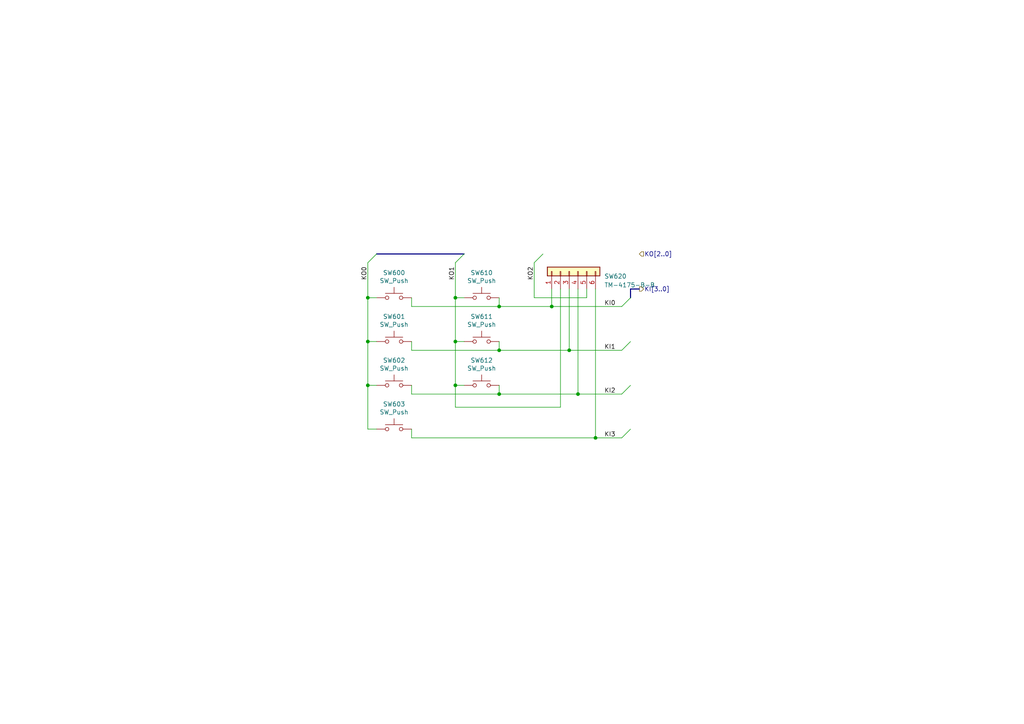
<source format=kicad_sch>
(kicad_sch (version 20210621) (generator eeschema)
  (paper "A4")
  (title_block (title "SitinaNe") (rev "R0.2") (company "Wenting"))
  (lib_symbols
    (symbol "Connector_Generic:Conn_01x06" (pin_names (offset 1.016) hide)
      (property "Reference" "J" (at 0 7.62 0))
      (property "Value" "Conn_01x06" (at 0 -10.16 0))
      (symbol "Conn_01x06_1_1"
        (rectangle (start -1.27 -7.493) (end 0 -7.747) (stroke (width 0.1524)))
        (rectangle (start -1.27 -4.953) (end 0 -5.207) (stroke (width 0.1524)))
        (rectangle (start -1.27 -2.413) (end 0 -2.667) (stroke (width 0.1524)))
        (rectangle (start -1.27 0.127) (end 0 -0.127) (stroke (width 0.1524)))
        (rectangle (start -1.27 2.667) (end 0 2.413) (stroke (width 0.1524)))
        (rectangle (start -1.27 5.207) (end 0 4.953) (stroke (width 0.1524)))
        (rectangle (start -1.27 6.35) (end 1.27 -8.89) (stroke (width 0.254)) (fill (type background)))
        (pin passive line (at -5.08 5.08 0) (length 3.81) (name "Pin_1") (number "1"))
        (pin passive line (at -5.08 2.54 0) (length 3.81) (name "Pin_2") (number "2"))
        (pin passive line (at -5.08 0 0) (length 3.81) (name "Pin_3") (number "3"))
        (pin passive line (at -5.08 -2.54 0) (length 3.81) (name "Pin_4") (number "4"))
        (pin passive line (at -5.08 -5.08 0) (length 3.81) (name "Pin_5") (number "5"))
        (pin passive line (at -5.08 -7.62 0) (length 3.81) (name "Pin_6") (number "6"))
      )
    )
    (symbol "Switch:SW_Push" (pin_numbers hide) (pin_names (offset 1.016) hide)
      (property "Reference" "SW" (at 1.27 2.54 0))
      (property "Value" "SW_Push" (at 0 -1.524 0))
      (symbol "SW_Push_0_1"
        (circle (center -2.032 0) (radius 0.508))
        (circle (center 2.032 0) (radius 0.508))
        (polyline (pts (xy 0 1.27) (xy 0 3.048)))
        (polyline (pts (xy 2.54 1.27) (xy -2.54 1.27)))
        (pin passive line (at -5.08 0 0) (length 2.54) (name "1") (number "1"))
        (pin passive line (at 5.08 0 180) (length 2.54) (name "2") (number "2"))
      )
    )
  )
  (junction (at 106.68 86.36) (diameter 0.9144))
  (junction (at 106.68 99.06) (diameter 0.9144))
  (junction (at 106.68 111.76) (diameter 0.9144))
  (junction (at 132.08 86.36) (diameter 0.9144))
  (junction (at 132.08 99.06) (diameter 0.9144))
  (junction (at 132.08 111.76) (diameter 0.9144))
  (junction (at 144.78 88.9) (diameter 0.9144))
  (junction (at 144.78 101.6) (diameter 0.9144))
  (junction (at 144.78 114.3) (diameter 0.9144))
  (junction (at 160.02 88.9) (diameter 0.9144))
  (junction (at 165.1 101.6) (diameter 0.9144))
  (junction (at 167.64 114.3) (diameter 0.9144))
  (junction (at 172.72 127) (diameter 0.9144))
  (bus_entry (at 106.68 76.2) (size 2.54 -2.54) (stroke (width 0.1524)))
  (bus_entry (at 132.08 76.2) (size 2.54 -2.54) (stroke (width 0.1524)))
  (bus_entry (at 154.94 76.2) (size 2.54 -2.54) (stroke (width 0.1524)))
  (bus_entry (at 180.34 88.9) (size 2.54 -2.54) (stroke (width 0.1524)))
  (bus_entry (at 180.34 101.6) (size 2.54 -2.54) (stroke (width 0.1524)))
  (bus_entry (at 180.34 114.3) (size 2.54 -2.54) (stroke (width 0.1524)))
  (bus_entry (at 180.34 127) (size 2.54 -2.54) (stroke (width 0.1524)))
  (wire (pts (xy 106.68 76.2) (xy 106.68 86.36)))
  (wire (pts (xy 106.68 86.36) (xy 106.68 99.06)))
  (wire (pts (xy 106.68 99.06) (xy 106.68 111.76)))
  (wire (pts (xy 106.68 111.76) (xy 106.68 124.46)))
  (wire (pts (xy 106.68 124.46) (xy 109.22 124.46)))
  (wire (pts (xy 109.22 86.36) (xy 106.68 86.36)))
  (wire (pts (xy 109.22 99.06) (xy 106.68 99.06)))
  (wire (pts (xy 109.22 111.76) (xy 106.68 111.76)))
  (wire (pts (xy 119.38 88.9) (xy 119.38 86.36)))
  (wire (pts (xy 119.38 101.6) (xy 119.38 99.06)))
  (wire (pts (xy 119.38 101.6) (xy 144.78 101.6)))
  (wire (pts (xy 119.38 114.3) (xy 119.38 111.76)))
  (wire (pts (xy 119.38 114.3) (xy 144.78 114.3)))
  (wire (pts (xy 119.38 127) (xy 119.38 124.46)))
  (wire (pts (xy 119.38 127) (xy 172.72 127)))
  (wire (pts (xy 132.08 76.2) (xy 132.08 86.36)))
  (wire (pts (xy 132.08 86.36) (xy 132.08 99.06)))
  (wire (pts (xy 132.08 99.06) (xy 132.08 111.76)))
  (wire (pts (xy 132.08 118.11) (xy 132.08 111.76)))
  (wire (pts (xy 134.62 86.36) (xy 132.08 86.36)))
  (wire (pts (xy 134.62 99.06) (xy 132.08 99.06)))
  (wire (pts (xy 134.62 111.76) (xy 132.08 111.76)))
  (wire (pts (xy 144.78 86.36) (xy 144.78 88.9)))
  (wire (pts (xy 144.78 88.9) (xy 119.38 88.9)))
  (wire (pts (xy 144.78 88.9) (xy 160.02 88.9)))
  (wire (pts (xy 144.78 99.06) (xy 144.78 101.6)))
  (wire (pts (xy 144.78 101.6) (xy 165.1 101.6)))
  (wire (pts (xy 144.78 111.76) (xy 144.78 114.3)))
  (wire (pts (xy 144.78 114.3) (xy 167.64 114.3)))
  (wire (pts (xy 154.94 76.2) (xy 154.94 86.36)))
  (wire (pts (xy 160.02 83.82) (xy 160.02 88.9)))
  (wire (pts (xy 160.02 88.9) (xy 180.34 88.9)))
  (wire (pts (xy 162.56 83.82) (xy 162.56 118.11)))
  (wire (pts (xy 162.56 118.11) (xy 132.08 118.11)))
  (wire (pts (xy 165.1 83.82) (xy 165.1 101.6)))
  (wire (pts (xy 165.1 101.6) (xy 180.34 101.6)))
  (wire (pts (xy 167.64 83.82) (xy 167.64 114.3)))
  (wire (pts (xy 167.64 114.3) (xy 180.34 114.3)))
  (wire (pts (xy 170.18 83.82) (xy 170.18 86.36)))
  (wire (pts (xy 170.18 86.36) (xy 154.94 86.36)))
  (wire (pts (xy 172.72 83.82) (xy 172.72 127)))
  (wire (pts (xy 172.72 127) (xy 180.34 127)))
  (bus (pts (xy 109.22 73.66) (xy 185.42 73.66)))
  (bus (pts (xy 182.88 83.82) (xy 182.88 124.46)))
  (bus (pts (xy 182.88 83.82) (xy 185.42 83.82)))
  (label "KO0" (at 106.68 81.28 90))
  (label "KO1" (at 132.08 81.28 90))
  (label "KO2" (at 154.94 81.28 90))
  (label "KI0" (at 175.26 88.9 0))
  (label "KI1" (at 175.26 101.6 0))
  (label "KI2" (at 175.26 114.3 0))
  (label "KI3" (at 175.26 127 0))
  (hierarchical_label "KO[2..0]" (shape input) (at 185.42 73.66 0))
  (hierarchical_label "KI[3..0]" (shape output) (at 185.42 83.82 0))
  (symbol (lib_id "Switch:SW_Push") (at 114.3 86.36 0) (unit 1)
    (property "Reference" "SW600" (at 114.3 79.121 0))
    (property "Value" "SW_Push" (at 114.3 81.4324 0))
    (property "Footprint" "Button_Switch_SMD:SW_SPST_SKQG_WithStem" (effects hide))
  )
  (symbol (lib_id "Switch:SW_Push") (at 114.3 99.06 0) (unit 1)
    (property "Reference" "SW601" (at 114.3 91.821 0))
    (property "Value" "SW_Push" (at 114.3 94.1324 0))
    (property "Footprint" "Button_Switch_SMD:SW_SPST_SKQG_WithStem" (effects hide))
  )
  (symbol (lib_id "Switch:SW_Push") (at 114.3 111.76 0) (unit 1)
    (property "Reference" "SW602" (at 114.3 104.521 0))
    (property "Value" "SW_Push" (at 114.3 106.8324 0))
    (property "Footprint" "Button_Switch_SMD:SW_SPST_SKQG_WithStem" (effects hide))
  )
  (symbol (lib_id "Switch:SW_Push") (at 114.3 124.46 0) (unit 1)
    (property "Reference" "SW603" (at 114.3 117.221 0))
    (property "Value" "SW_Push" (at 114.3 119.5324 0))
    (property "Footprint" "Button_Switch_SMD:SW_SPST_SKQG_WithStem" (effects hide))
  )
  (symbol (lib_id "Switch:SW_Push") (at 139.7 86.36 0) (unit 1)
    (property "Reference" "SW610" (at 139.7 79.121 0))
    (property "Value" "SW_Push" (at 139.7 81.4324 0))
    (property "Footprint" "Button_Switch_SMD:SW_SPST_SKQG_WithStem" (effects hide))
  )
  (symbol (lib_id "Switch:SW_Push") (at 139.7 99.06 0) (unit 1)
    (property "Reference" "SW611" (at 139.7 91.821 0))
    (property "Value" "SW_Push" (at 139.7 94.1324 0))
    (property "Footprint" "Button_Switch_SMD:SW_SPST_SKQG_WithStem" (effects hide))
  )
  (symbol (lib_id "Switch:SW_Push") (at 139.7 111.76 0) (unit 1)
    (property "Reference" "SW612" (at 139.7 104.521 0))
    (property "Value" "SW_Push" (at 139.7 106.8324 0))
    (property "Footprint" "Button_Switch_SMD:SW_SPST_SKQG_WithStem" (effects hide))
  )
  (symbol (lib_id "Connector_Generic:Conn_01x06") (at 165.1 78.74 90) (unit 1)
    (property "Reference" "SW620" (at 175.26 80.1369 90) (effects (justify right)))
    (property "Value" "TM-4175-B-B" (at 175.26 82.6769 90) (effects (justify right)))
    (property "Footprint" "Footprints:TM4175" (effects hide))
  )
)
</source>
